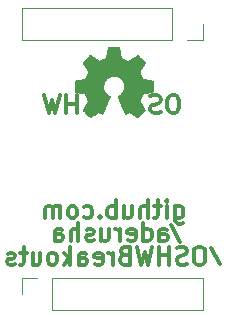
<source format=gbr>
G04 #@! TF.GenerationSoftware,KiCad,Pcbnew,(5.0.2)-1*
G04 #@! TF.CreationDate,2018-12-30T18:09:11-05:00*
G04 #@! TF.ProjectId,8P8C+LED_Horizontal_with_mounts,38503843-2b4c-4454-945f-486f72697a6f,rev?*
G04 #@! TF.SameCoordinates,Original*
G04 #@! TF.FileFunction,Legend,Bot*
G04 #@! TF.FilePolarity,Positive*
%FSLAX46Y46*%
G04 Gerber Fmt 4.6, Leading zero omitted, Abs format (unit mm)*
G04 Created by KiCad (PCBNEW (5.0.2)-1) date 12/30/2018 6:09:11 PM*
%MOMM*%
%LPD*%
G01*
G04 APERTURE LIST*
%ADD10C,0.300000*%
%ADD11C,0.120000*%
%ADD12C,0.010000*%
G04 APERTURE END LIST*
D10*
X137937714Y-101516571D02*
X137937714Y-100016571D01*
X137937714Y-100730857D02*
X137080571Y-100730857D01*
X137080571Y-101516571D02*
X137080571Y-100016571D01*
X136509142Y-100016571D02*
X136152000Y-101516571D01*
X135866285Y-100445142D01*
X135580571Y-101516571D01*
X135223428Y-100016571D01*
X146272142Y-100016571D02*
X145986428Y-100016571D01*
X145843571Y-100088000D01*
X145700714Y-100230857D01*
X145629285Y-100516571D01*
X145629285Y-101016571D01*
X145700714Y-101302285D01*
X145843571Y-101445142D01*
X145986428Y-101516571D01*
X146272142Y-101516571D01*
X146415000Y-101445142D01*
X146557857Y-101302285D01*
X146629285Y-101016571D01*
X146629285Y-100516571D01*
X146557857Y-100230857D01*
X146415000Y-100088000D01*
X146272142Y-100016571D01*
X145057857Y-101445142D02*
X144843571Y-101516571D01*
X144486428Y-101516571D01*
X144343571Y-101445142D01*
X144272142Y-101373714D01*
X144200714Y-101230857D01*
X144200714Y-101088000D01*
X144272142Y-100945142D01*
X144343571Y-100873714D01*
X144486428Y-100802285D01*
X144772142Y-100730857D01*
X144915000Y-100659428D01*
X144986428Y-100588000D01*
X145057857Y-100445142D01*
X145057857Y-100302285D01*
X144986428Y-100159428D01*
X144915000Y-100088000D01*
X144772142Y-100016571D01*
X144415000Y-100016571D01*
X144200714Y-100088000D01*
X149352000Y-112903000D02*
X150114000Y-114300000D01*
X145923000Y-110998000D02*
X146685000Y-112395000D01*
X148497714Y-112843571D02*
X148212000Y-112843571D01*
X148069142Y-112915000D01*
X147926285Y-113057857D01*
X147854857Y-113343571D01*
X147854857Y-113843571D01*
X147926285Y-114129285D01*
X148069142Y-114272142D01*
X148212000Y-114343571D01*
X148497714Y-114343571D01*
X148640571Y-114272142D01*
X148783428Y-114129285D01*
X148854857Y-113843571D01*
X148854857Y-113343571D01*
X148783428Y-113057857D01*
X148640571Y-112915000D01*
X148497714Y-112843571D01*
X147283428Y-114272142D02*
X147069142Y-114343571D01*
X146712000Y-114343571D01*
X146569142Y-114272142D01*
X146497714Y-114200714D01*
X146426285Y-114057857D01*
X146426285Y-113915000D01*
X146497714Y-113772142D01*
X146569142Y-113700714D01*
X146712000Y-113629285D01*
X146997714Y-113557857D01*
X147140571Y-113486428D01*
X147212000Y-113415000D01*
X147283428Y-113272142D01*
X147283428Y-113129285D01*
X147212000Y-112986428D01*
X147140571Y-112915000D01*
X146997714Y-112843571D01*
X146640571Y-112843571D01*
X146426285Y-112915000D01*
X145783428Y-114343571D02*
X145783428Y-112843571D01*
X145783428Y-113557857D02*
X144926285Y-113557857D01*
X144926285Y-114343571D02*
X144926285Y-112843571D01*
X144354857Y-112843571D02*
X143997714Y-114343571D01*
X143712000Y-113272142D01*
X143426285Y-114343571D01*
X143069142Y-112843571D01*
X141997714Y-113557857D02*
X141783428Y-113629285D01*
X141712000Y-113700714D01*
X141640571Y-113843571D01*
X141640571Y-114057857D01*
X141712000Y-114200714D01*
X141783428Y-114272142D01*
X141926285Y-114343571D01*
X142497714Y-114343571D01*
X142497714Y-112843571D01*
X141997714Y-112843571D01*
X141854857Y-112915000D01*
X141783428Y-112986428D01*
X141712000Y-113129285D01*
X141712000Y-113272142D01*
X141783428Y-113415000D01*
X141854857Y-113486428D01*
X141997714Y-113557857D01*
X142497714Y-113557857D01*
X140997714Y-114343571D02*
X140997714Y-113343571D01*
X140997714Y-113629285D02*
X140926285Y-113486428D01*
X140854857Y-113415000D01*
X140712000Y-113343571D01*
X140569142Y-113343571D01*
X139497714Y-114272142D02*
X139640571Y-114343571D01*
X139926285Y-114343571D01*
X140069142Y-114272142D01*
X140140571Y-114129285D01*
X140140571Y-113557857D01*
X140069142Y-113415000D01*
X139926285Y-113343571D01*
X139640571Y-113343571D01*
X139497714Y-113415000D01*
X139426285Y-113557857D01*
X139426285Y-113700714D01*
X140140571Y-113843571D01*
X138140571Y-114343571D02*
X138140571Y-113557857D01*
X138212000Y-113415000D01*
X138354857Y-113343571D01*
X138640571Y-113343571D01*
X138783428Y-113415000D01*
X138140571Y-114272142D02*
X138283428Y-114343571D01*
X138640571Y-114343571D01*
X138783428Y-114272142D01*
X138854857Y-114129285D01*
X138854857Y-113986428D01*
X138783428Y-113843571D01*
X138640571Y-113772142D01*
X138283428Y-113772142D01*
X138140571Y-113700714D01*
X137426285Y-114343571D02*
X137426285Y-112843571D01*
X137283428Y-113772142D02*
X136854857Y-114343571D01*
X136854857Y-113343571D02*
X137426285Y-113915000D01*
X135997714Y-114343571D02*
X136140571Y-114272142D01*
X136212000Y-114200714D01*
X136283428Y-114057857D01*
X136283428Y-113629285D01*
X136212000Y-113486428D01*
X136140571Y-113415000D01*
X135997714Y-113343571D01*
X135783428Y-113343571D01*
X135640571Y-113415000D01*
X135569142Y-113486428D01*
X135497714Y-113629285D01*
X135497714Y-114057857D01*
X135569142Y-114200714D01*
X135640571Y-114272142D01*
X135783428Y-114343571D01*
X135997714Y-114343571D01*
X134212000Y-113343571D02*
X134212000Y-114343571D01*
X134854857Y-113343571D02*
X134854857Y-114129285D01*
X134783428Y-114272142D01*
X134640571Y-114343571D01*
X134426285Y-114343571D01*
X134283428Y-114272142D01*
X134212000Y-114200714D01*
X133712000Y-113343571D02*
X133140571Y-113343571D01*
X133497714Y-112843571D02*
X133497714Y-114129285D01*
X133426285Y-114272142D01*
X133283428Y-114343571D01*
X133140571Y-114343571D01*
X132712000Y-114272142D02*
X132569142Y-114343571D01*
X132283428Y-114343571D01*
X132140571Y-114272142D01*
X132069142Y-114129285D01*
X132069142Y-114057857D01*
X132140571Y-113915000D01*
X132283428Y-113843571D01*
X132497714Y-113843571D01*
X132640571Y-113772142D01*
X132712000Y-113629285D01*
X132712000Y-113557857D01*
X132640571Y-113415000D01*
X132497714Y-113343571D01*
X132283428Y-113343571D01*
X132140571Y-113415000D01*
X144950142Y-112311571D02*
X144950142Y-111525857D01*
X145021571Y-111383000D01*
X145164428Y-111311571D01*
X145450142Y-111311571D01*
X145593000Y-111383000D01*
X144950142Y-112240142D02*
X145093000Y-112311571D01*
X145450142Y-112311571D01*
X145593000Y-112240142D01*
X145664428Y-112097285D01*
X145664428Y-111954428D01*
X145593000Y-111811571D01*
X145450142Y-111740142D01*
X145093000Y-111740142D01*
X144950142Y-111668714D01*
X143593000Y-112311571D02*
X143593000Y-110811571D01*
X143593000Y-112240142D02*
X143735857Y-112311571D01*
X144021571Y-112311571D01*
X144164428Y-112240142D01*
X144235857Y-112168714D01*
X144307285Y-112025857D01*
X144307285Y-111597285D01*
X144235857Y-111454428D01*
X144164428Y-111383000D01*
X144021571Y-111311571D01*
X143735857Y-111311571D01*
X143593000Y-111383000D01*
X142307285Y-112240142D02*
X142450142Y-112311571D01*
X142735857Y-112311571D01*
X142878714Y-112240142D01*
X142950142Y-112097285D01*
X142950142Y-111525857D01*
X142878714Y-111383000D01*
X142735857Y-111311571D01*
X142450142Y-111311571D01*
X142307285Y-111383000D01*
X142235857Y-111525857D01*
X142235857Y-111668714D01*
X142950142Y-111811571D01*
X141593000Y-112311571D02*
X141593000Y-111311571D01*
X141593000Y-111597285D02*
X141521571Y-111454428D01*
X141450142Y-111383000D01*
X141307285Y-111311571D01*
X141164428Y-111311571D01*
X140021571Y-111311571D02*
X140021571Y-112311571D01*
X140664428Y-111311571D02*
X140664428Y-112097285D01*
X140593000Y-112240142D01*
X140450142Y-112311571D01*
X140235857Y-112311571D01*
X140093000Y-112240142D01*
X140021571Y-112168714D01*
X139378714Y-112240142D02*
X139235857Y-112311571D01*
X138950142Y-112311571D01*
X138807285Y-112240142D01*
X138735857Y-112097285D01*
X138735857Y-112025857D01*
X138807285Y-111883000D01*
X138950142Y-111811571D01*
X139164428Y-111811571D01*
X139307285Y-111740142D01*
X139378714Y-111597285D01*
X139378714Y-111525857D01*
X139307285Y-111383000D01*
X139164428Y-111311571D01*
X138950142Y-111311571D01*
X138807285Y-111383000D01*
X138093000Y-112311571D02*
X138093000Y-110811571D01*
X137450142Y-112311571D02*
X137450142Y-111525857D01*
X137521571Y-111383000D01*
X137664428Y-111311571D01*
X137878714Y-111311571D01*
X138021571Y-111383000D01*
X138093000Y-111454428D01*
X136093000Y-112311571D02*
X136093000Y-111525857D01*
X136164428Y-111383000D01*
X136307285Y-111311571D01*
X136593000Y-111311571D01*
X136735857Y-111383000D01*
X136093000Y-112240142D02*
X136235857Y-112311571D01*
X136593000Y-112311571D01*
X136735857Y-112240142D01*
X136807285Y-112097285D01*
X136807285Y-111954428D01*
X136735857Y-111811571D01*
X136593000Y-111740142D01*
X136235857Y-111740142D01*
X136093000Y-111668714D01*
X146275571Y-109406571D02*
X146275571Y-110620857D01*
X146347000Y-110763714D01*
X146418428Y-110835142D01*
X146561285Y-110906571D01*
X146775571Y-110906571D01*
X146918428Y-110835142D01*
X146275571Y-110335142D02*
X146418428Y-110406571D01*
X146704142Y-110406571D01*
X146847000Y-110335142D01*
X146918428Y-110263714D01*
X146989857Y-110120857D01*
X146989857Y-109692285D01*
X146918428Y-109549428D01*
X146847000Y-109478000D01*
X146704142Y-109406571D01*
X146418428Y-109406571D01*
X146275571Y-109478000D01*
X145561285Y-110406571D02*
X145561285Y-109406571D01*
X145561285Y-108906571D02*
X145632714Y-108978000D01*
X145561285Y-109049428D01*
X145489857Y-108978000D01*
X145561285Y-108906571D01*
X145561285Y-109049428D01*
X145061285Y-109406571D02*
X144489857Y-109406571D01*
X144847000Y-108906571D02*
X144847000Y-110192285D01*
X144775571Y-110335142D01*
X144632714Y-110406571D01*
X144489857Y-110406571D01*
X143989857Y-110406571D02*
X143989857Y-108906571D01*
X143347000Y-110406571D02*
X143347000Y-109620857D01*
X143418428Y-109478000D01*
X143561285Y-109406571D01*
X143775571Y-109406571D01*
X143918428Y-109478000D01*
X143989857Y-109549428D01*
X141989857Y-109406571D02*
X141989857Y-110406571D01*
X142632714Y-109406571D02*
X142632714Y-110192285D01*
X142561285Y-110335142D01*
X142418428Y-110406571D01*
X142204142Y-110406571D01*
X142061285Y-110335142D01*
X141989857Y-110263714D01*
X141275571Y-110406571D02*
X141275571Y-108906571D01*
X141275571Y-109478000D02*
X141132714Y-109406571D01*
X140847000Y-109406571D01*
X140704142Y-109478000D01*
X140632714Y-109549428D01*
X140561285Y-109692285D01*
X140561285Y-110120857D01*
X140632714Y-110263714D01*
X140704142Y-110335142D01*
X140847000Y-110406571D01*
X141132714Y-110406571D01*
X141275571Y-110335142D01*
X139918428Y-110263714D02*
X139847000Y-110335142D01*
X139918428Y-110406571D01*
X139989857Y-110335142D01*
X139918428Y-110263714D01*
X139918428Y-110406571D01*
X138561285Y-110335142D02*
X138704142Y-110406571D01*
X138989857Y-110406571D01*
X139132714Y-110335142D01*
X139204142Y-110263714D01*
X139275571Y-110120857D01*
X139275571Y-109692285D01*
X139204142Y-109549428D01*
X139132714Y-109478000D01*
X138989857Y-109406571D01*
X138704142Y-109406571D01*
X138561285Y-109478000D01*
X137704142Y-110406571D02*
X137847000Y-110335142D01*
X137918428Y-110263714D01*
X137989857Y-110120857D01*
X137989857Y-109692285D01*
X137918428Y-109549428D01*
X137847000Y-109478000D01*
X137704142Y-109406571D01*
X137489857Y-109406571D01*
X137347000Y-109478000D01*
X137275571Y-109549428D01*
X137204142Y-109692285D01*
X137204142Y-110120857D01*
X137275571Y-110263714D01*
X137347000Y-110335142D01*
X137489857Y-110406571D01*
X137704142Y-110406571D01*
X136561285Y-110406571D02*
X136561285Y-109406571D01*
X136561285Y-109549428D02*
X136489857Y-109478000D01*
X136347000Y-109406571D01*
X136132714Y-109406571D01*
X135989857Y-109478000D01*
X135918428Y-109620857D01*
X135918428Y-110406571D01*
X135918428Y-109620857D02*
X135847000Y-109478000D01*
X135704142Y-109406571D01*
X135489857Y-109406571D01*
X135347000Y-109478000D01*
X135275571Y-109620857D01*
X135275571Y-110406571D01*
D11*
G04 #@! TO.C,J2*
X148650000Y-115510000D02*
X148650000Y-118170000D01*
X135890000Y-115510000D02*
X148650000Y-115510000D01*
X135890000Y-118170000D02*
X148650000Y-118170000D01*
X135890000Y-115510000D02*
X135890000Y-118170000D01*
X134620000Y-115510000D02*
X133290000Y-115510000D01*
X133290000Y-115510000D02*
X133290000Y-116840000D01*
G04 #@! TO.C,J3*
X148650000Y-95310000D02*
X148650000Y-93980000D01*
X147320000Y-95310000D02*
X148650000Y-95310000D01*
X146050000Y-95310000D02*
X146050000Y-92650000D01*
X146050000Y-92650000D02*
X133290000Y-92650000D01*
X146050000Y-95310000D02*
X133290000Y-95310000D01*
X133290000Y-95310000D02*
X133290000Y-92650000D01*
D12*
G04 #@! TO.C,REF\002A\002A*
G36*
X140541186Y-96401931D02*
X140457365Y-96846555D01*
X140148080Y-96974053D01*
X139838794Y-97101551D01*
X139467754Y-96849246D01*
X139363843Y-96778996D01*
X139269913Y-96716272D01*
X139190348Y-96663938D01*
X139129530Y-96624857D01*
X139091843Y-96601893D01*
X139081579Y-96596942D01*
X139063090Y-96609676D01*
X139023580Y-96644882D01*
X138967478Y-96698062D01*
X138899213Y-96764718D01*
X138823214Y-96840354D01*
X138743908Y-96920472D01*
X138665725Y-97000574D01*
X138593093Y-97076164D01*
X138530441Y-97142745D01*
X138482197Y-97195818D01*
X138452790Y-97230887D01*
X138445759Y-97242623D01*
X138455877Y-97264260D01*
X138484241Y-97311662D01*
X138527871Y-97380193D01*
X138583782Y-97465215D01*
X138648994Y-97562093D01*
X138686781Y-97617350D01*
X138755657Y-97718248D01*
X138816860Y-97809299D01*
X138867422Y-97885970D01*
X138904372Y-97943728D01*
X138924742Y-97978043D01*
X138927803Y-97985254D01*
X138920864Y-98005748D01*
X138901949Y-98053513D01*
X138873913Y-98121832D01*
X138839609Y-98203989D01*
X138801891Y-98293270D01*
X138763613Y-98382958D01*
X138727630Y-98466338D01*
X138696794Y-98536694D01*
X138673961Y-98587310D01*
X138661983Y-98611471D01*
X138661276Y-98612422D01*
X138642469Y-98617036D01*
X138592382Y-98627328D01*
X138516207Y-98642287D01*
X138419135Y-98660901D01*
X138306357Y-98682159D01*
X138240558Y-98694418D01*
X138120050Y-98717362D01*
X138011203Y-98739195D01*
X137919524Y-98758722D01*
X137850519Y-98774748D01*
X137809696Y-98786079D01*
X137801489Y-98789674D01*
X137793452Y-98814006D01*
X137786967Y-98868959D01*
X137782030Y-98948108D01*
X137778636Y-99045026D01*
X137776782Y-99153287D01*
X137776462Y-99266465D01*
X137777673Y-99378135D01*
X137780410Y-99481868D01*
X137784669Y-99571241D01*
X137790445Y-99639826D01*
X137797733Y-99681197D01*
X137802105Y-99689810D01*
X137828236Y-99700133D01*
X137883607Y-99714892D01*
X137960893Y-99732352D01*
X138052770Y-99750780D01*
X138084842Y-99756741D01*
X138239476Y-99785066D01*
X138361625Y-99807876D01*
X138455327Y-99826080D01*
X138524616Y-99840583D01*
X138573529Y-99852292D01*
X138606103Y-99862115D01*
X138626372Y-99870956D01*
X138638374Y-99879724D01*
X138640053Y-99881457D01*
X138656816Y-99909371D01*
X138682386Y-99963695D01*
X138714212Y-100037777D01*
X138749740Y-100124965D01*
X138786417Y-100218608D01*
X138821689Y-100312052D01*
X138853004Y-100398647D01*
X138877807Y-100471740D01*
X138893546Y-100524678D01*
X138897668Y-100550811D01*
X138897324Y-100551726D01*
X138883359Y-100573086D01*
X138851678Y-100620084D01*
X138805609Y-100687827D01*
X138748482Y-100771423D01*
X138683627Y-100865982D01*
X138665157Y-100892854D01*
X138599301Y-100990275D01*
X138541350Y-101079163D01*
X138494462Y-101154412D01*
X138461793Y-101210920D01*
X138446500Y-101243581D01*
X138445759Y-101247593D01*
X138458608Y-101268684D01*
X138494112Y-101310464D01*
X138547707Y-101368445D01*
X138614829Y-101438135D01*
X138690913Y-101515045D01*
X138771396Y-101594683D01*
X138851713Y-101672561D01*
X138927301Y-101744186D01*
X138993595Y-101805070D01*
X139046031Y-101850721D01*
X139080045Y-101876650D01*
X139089455Y-101880883D01*
X139111357Y-101870912D01*
X139156200Y-101844020D01*
X139216679Y-101804736D01*
X139263211Y-101773117D01*
X139347525Y-101715098D01*
X139447374Y-101646784D01*
X139547527Y-101578579D01*
X139601373Y-101542075D01*
X139783629Y-101418800D01*
X139936619Y-101501520D01*
X140006318Y-101537759D01*
X140065586Y-101565926D01*
X140105689Y-101581991D01*
X140115897Y-101584226D01*
X140128171Y-101567722D01*
X140152387Y-101521082D01*
X140186737Y-101448609D01*
X140229412Y-101354606D01*
X140278606Y-101243374D01*
X140332510Y-101119215D01*
X140389316Y-100986432D01*
X140447218Y-100849327D01*
X140504407Y-100712202D01*
X140559076Y-100579358D01*
X140609416Y-100455098D01*
X140653620Y-100343725D01*
X140689881Y-100249539D01*
X140716391Y-100176844D01*
X140731342Y-100129941D01*
X140733746Y-100113833D01*
X140714689Y-100093286D01*
X140672964Y-100059933D01*
X140617294Y-100020702D01*
X140612622Y-100017599D01*
X140468736Y-99902423D01*
X140352717Y-99768053D01*
X140265570Y-99618784D01*
X140208301Y-99458913D01*
X140181914Y-99292737D01*
X140187415Y-99124552D01*
X140225810Y-98958655D01*
X140298105Y-98799342D01*
X140319374Y-98764487D01*
X140430004Y-98623737D01*
X140560698Y-98510714D01*
X140706936Y-98426003D01*
X140864192Y-98370194D01*
X141027943Y-98343874D01*
X141193667Y-98347630D01*
X141356838Y-98382050D01*
X141512935Y-98447723D01*
X141657433Y-98545235D01*
X141702131Y-98584813D01*
X141815888Y-98708703D01*
X141898782Y-98839124D01*
X141955644Y-98985315D01*
X141987313Y-99130088D01*
X141995131Y-99292860D01*
X141969062Y-99456440D01*
X141911755Y-99615298D01*
X141825856Y-99763906D01*
X141714014Y-99896735D01*
X141578877Y-100008256D01*
X141561117Y-100020011D01*
X141504850Y-100058508D01*
X141462077Y-100091863D01*
X141441628Y-100113160D01*
X141441331Y-100113833D01*
X141445721Y-100136871D01*
X141463124Y-100189157D01*
X141491732Y-100266390D01*
X141529735Y-100364268D01*
X141575326Y-100478491D01*
X141626697Y-100604758D01*
X141682038Y-100738767D01*
X141739542Y-100876218D01*
X141797399Y-101012808D01*
X141853802Y-101144237D01*
X141906942Y-101266205D01*
X141955010Y-101374409D01*
X141996199Y-101464549D01*
X142028699Y-101532323D01*
X142050703Y-101573430D01*
X142059564Y-101584226D01*
X142086640Y-101575819D01*
X142137303Y-101553272D01*
X142202817Y-101520613D01*
X142238841Y-101501520D01*
X142391832Y-101418800D01*
X142574088Y-101542075D01*
X142667125Y-101605228D01*
X142768985Y-101674727D01*
X142864438Y-101740165D01*
X142912250Y-101773117D01*
X142979495Y-101818273D01*
X143036436Y-101854057D01*
X143075646Y-101875938D01*
X143088381Y-101880563D01*
X143106917Y-101868085D01*
X143147941Y-101833252D01*
X143207475Y-101779678D01*
X143281542Y-101710983D01*
X143366165Y-101630781D01*
X143419685Y-101579286D01*
X143513319Y-101487286D01*
X143594241Y-101404999D01*
X143659177Y-101335945D01*
X143704858Y-101283644D01*
X143728011Y-101251616D01*
X143730232Y-101245116D01*
X143719924Y-101220394D01*
X143691439Y-101170405D01*
X143647937Y-101100212D01*
X143592577Y-101014875D01*
X143528520Y-100919456D01*
X143510303Y-100892854D01*
X143443927Y-100796167D01*
X143384378Y-100709117D01*
X143334984Y-100636595D01*
X143299075Y-100583493D01*
X143279981Y-100554703D01*
X143278136Y-100551726D01*
X143280895Y-100528782D01*
X143295538Y-100478336D01*
X143319513Y-100407041D01*
X143350266Y-100321547D01*
X143385244Y-100228507D01*
X143421893Y-100134574D01*
X143457661Y-100046399D01*
X143489994Y-99970634D01*
X143516338Y-99913931D01*
X143534142Y-99882943D01*
X143535407Y-99881457D01*
X143546294Y-99872601D01*
X143564682Y-99863843D01*
X143594606Y-99854277D01*
X143640103Y-99842996D01*
X143705209Y-99829093D01*
X143793961Y-99811663D01*
X143910393Y-99789798D01*
X144058542Y-99762591D01*
X144090618Y-99756741D01*
X144185686Y-99738374D01*
X144268565Y-99720405D01*
X144331930Y-99704569D01*
X144368458Y-99692600D01*
X144373356Y-99689810D01*
X144381427Y-99665072D01*
X144387987Y-99609790D01*
X144393033Y-99530389D01*
X144396559Y-99433296D01*
X144398561Y-99324938D01*
X144399036Y-99211740D01*
X144397977Y-99100128D01*
X144395382Y-98996529D01*
X144391246Y-98907368D01*
X144385563Y-98839072D01*
X144378331Y-98798066D01*
X144373971Y-98789674D01*
X144349698Y-98781208D01*
X144294426Y-98767435D01*
X144213662Y-98749550D01*
X144112912Y-98728748D01*
X143997683Y-98706223D01*
X143934902Y-98694418D01*
X143815787Y-98672151D01*
X143709565Y-98651979D01*
X143621427Y-98634915D01*
X143556566Y-98621969D01*
X143520174Y-98614155D01*
X143514184Y-98612422D01*
X143504061Y-98592890D01*
X143482662Y-98545843D01*
X143452839Y-98478003D01*
X143417445Y-98396091D01*
X143379332Y-98306828D01*
X143341353Y-98216935D01*
X143306360Y-98133135D01*
X143277206Y-98062147D01*
X143256743Y-98010694D01*
X143247823Y-97985497D01*
X143247657Y-97984396D01*
X143257769Y-97964519D01*
X143286117Y-97918777D01*
X143329723Y-97851717D01*
X143385606Y-97767884D01*
X143450787Y-97671826D01*
X143488679Y-97616650D01*
X143557725Y-97515481D01*
X143619050Y-97423630D01*
X143669663Y-97345744D01*
X143706571Y-97286469D01*
X143726782Y-97250451D01*
X143729701Y-97242377D01*
X143717153Y-97223584D01*
X143682463Y-97183457D01*
X143630063Y-97126493D01*
X143564384Y-97057185D01*
X143489856Y-96980031D01*
X143410913Y-96899525D01*
X143331983Y-96820163D01*
X143257500Y-96746440D01*
X143191894Y-96682852D01*
X143139596Y-96633894D01*
X143105039Y-96604061D01*
X143093478Y-96596942D01*
X143074654Y-96606953D01*
X143029631Y-96635078D01*
X142962787Y-96678454D01*
X142878499Y-96734218D01*
X142781144Y-96799506D01*
X142707707Y-96849246D01*
X142336667Y-97101551D01*
X141718095Y-96846555D01*
X141634275Y-96401931D01*
X141550454Y-95957307D01*
X140625006Y-95957307D01*
X140541186Y-96401931D01*
X140541186Y-96401931D01*
G37*
X140541186Y-96401931D02*
X140457365Y-96846555D01*
X140148080Y-96974053D01*
X139838794Y-97101551D01*
X139467754Y-96849246D01*
X139363843Y-96778996D01*
X139269913Y-96716272D01*
X139190348Y-96663938D01*
X139129530Y-96624857D01*
X139091843Y-96601893D01*
X139081579Y-96596942D01*
X139063090Y-96609676D01*
X139023580Y-96644882D01*
X138967478Y-96698062D01*
X138899213Y-96764718D01*
X138823214Y-96840354D01*
X138743908Y-96920472D01*
X138665725Y-97000574D01*
X138593093Y-97076164D01*
X138530441Y-97142745D01*
X138482197Y-97195818D01*
X138452790Y-97230887D01*
X138445759Y-97242623D01*
X138455877Y-97264260D01*
X138484241Y-97311662D01*
X138527871Y-97380193D01*
X138583782Y-97465215D01*
X138648994Y-97562093D01*
X138686781Y-97617350D01*
X138755657Y-97718248D01*
X138816860Y-97809299D01*
X138867422Y-97885970D01*
X138904372Y-97943728D01*
X138924742Y-97978043D01*
X138927803Y-97985254D01*
X138920864Y-98005748D01*
X138901949Y-98053513D01*
X138873913Y-98121832D01*
X138839609Y-98203989D01*
X138801891Y-98293270D01*
X138763613Y-98382958D01*
X138727630Y-98466338D01*
X138696794Y-98536694D01*
X138673961Y-98587310D01*
X138661983Y-98611471D01*
X138661276Y-98612422D01*
X138642469Y-98617036D01*
X138592382Y-98627328D01*
X138516207Y-98642287D01*
X138419135Y-98660901D01*
X138306357Y-98682159D01*
X138240558Y-98694418D01*
X138120050Y-98717362D01*
X138011203Y-98739195D01*
X137919524Y-98758722D01*
X137850519Y-98774748D01*
X137809696Y-98786079D01*
X137801489Y-98789674D01*
X137793452Y-98814006D01*
X137786967Y-98868959D01*
X137782030Y-98948108D01*
X137778636Y-99045026D01*
X137776782Y-99153287D01*
X137776462Y-99266465D01*
X137777673Y-99378135D01*
X137780410Y-99481868D01*
X137784669Y-99571241D01*
X137790445Y-99639826D01*
X137797733Y-99681197D01*
X137802105Y-99689810D01*
X137828236Y-99700133D01*
X137883607Y-99714892D01*
X137960893Y-99732352D01*
X138052770Y-99750780D01*
X138084842Y-99756741D01*
X138239476Y-99785066D01*
X138361625Y-99807876D01*
X138455327Y-99826080D01*
X138524616Y-99840583D01*
X138573529Y-99852292D01*
X138606103Y-99862115D01*
X138626372Y-99870956D01*
X138638374Y-99879724D01*
X138640053Y-99881457D01*
X138656816Y-99909371D01*
X138682386Y-99963695D01*
X138714212Y-100037777D01*
X138749740Y-100124965D01*
X138786417Y-100218608D01*
X138821689Y-100312052D01*
X138853004Y-100398647D01*
X138877807Y-100471740D01*
X138893546Y-100524678D01*
X138897668Y-100550811D01*
X138897324Y-100551726D01*
X138883359Y-100573086D01*
X138851678Y-100620084D01*
X138805609Y-100687827D01*
X138748482Y-100771423D01*
X138683627Y-100865982D01*
X138665157Y-100892854D01*
X138599301Y-100990275D01*
X138541350Y-101079163D01*
X138494462Y-101154412D01*
X138461793Y-101210920D01*
X138446500Y-101243581D01*
X138445759Y-101247593D01*
X138458608Y-101268684D01*
X138494112Y-101310464D01*
X138547707Y-101368445D01*
X138614829Y-101438135D01*
X138690913Y-101515045D01*
X138771396Y-101594683D01*
X138851713Y-101672561D01*
X138927301Y-101744186D01*
X138993595Y-101805070D01*
X139046031Y-101850721D01*
X139080045Y-101876650D01*
X139089455Y-101880883D01*
X139111357Y-101870912D01*
X139156200Y-101844020D01*
X139216679Y-101804736D01*
X139263211Y-101773117D01*
X139347525Y-101715098D01*
X139447374Y-101646784D01*
X139547527Y-101578579D01*
X139601373Y-101542075D01*
X139783629Y-101418800D01*
X139936619Y-101501520D01*
X140006318Y-101537759D01*
X140065586Y-101565926D01*
X140105689Y-101581991D01*
X140115897Y-101584226D01*
X140128171Y-101567722D01*
X140152387Y-101521082D01*
X140186737Y-101448609D01*
X140229412Y-101354606D01*
X140278606Y-101243374D01*
X140332510Y-101119215D01*
X140389316Y-100986432D01*
X140447218Y-100849327D01*
X140504407Y-100712202D01*
X140559076Y-100579358D01*
X140609416Y-100455098D01*
X140653620Y-100343725D01*
X140689881Y-100249539D01*
X140716391Y-100176844D01*
X140731342Y-100129941D01*
X140733746Y-100113833D01*
X140714689Y-100093286D01*
X140672964Y-100059933D01*
X140617294Y-100020702D01*
X140612622Y-100017599D01*
X140468736Y-99902423D01*
X140352717Y-99768053D01*
X140265570Y-99618784D01*
X140208301Y-99458913D01*
X140181914Y-99292737D01*
X140187415Y-99124552D01*
X140225810Y-98958655D01*
X140298105Y-98799342D01*
X140319374Y-98764487D01*
X140430004Y-98623737D01*
X140560698Y-98510714D01*
X140706936Y-98426003D01*
X140864192Y-98370194D01*
X141027943Y-98343874D01*
X141193667Y-98347630D01*
X141356838Y-98382050D01*
X141512935Y-98447723D01*
X141657433Y-98545235D01*
X141702131Y-98584813D01*
X141815888Y-98708703D01*
X141898782Y-98839124D01*
X141955644Y-98985315D01*
X141987313Y-99130088D01*
X141995131Y-99292860D01*
X141969062Y-99456440D01*
X141911755Y-99615298D01*
X141825856Y-99763906D01*
X141714014Y-99896735D01*
X141578877Y-100008256D01*
X141561117Y-100020011D01*
X141504850Y-100058508D01*
X141462077Y-100091863D01*
X141441628Y-100113160D01*
X141441331Y-100113833D01*
X141445721Y-100136871D01*
X141463124Y-100189157D01*
X141491732Y-100266390D01*
X141529735Y-100364268D01*
X141575326Y-100478491D01*
X141626697Y-100604758D01*
X141682038Y-100738767D01*
X141739542Y-100876218D01*
X141797399Y-101012808D01*
X141853802Y-101144237D01*
X141906942Y-101266205D01*
X141955010Y-101374409D01*
X141996199Y-101464549D01*
X142028699Y-101532323D01*
X142050703Y-101573430D01*
X142059564Y-101584226D01*
X142086640Y-101575819D01*
X142137303Y-101553272D01*
X142202817Y-101520613D01*
X142238841Y-101501520D01*
X142391832Y-101418800D01*
X142574088Y-101542075D01*
X142667125Y-101605228D01*
X142768985Y-101674727D01*
X142864438Y-101740165D01*
X142912250Y-101773117D01*
X142979495Y-101818273D01*
X143036436Y-101854057D01*
X143075646Y-101875938D01*
X143088381Y-101880563D01*
X143106917Y-101868085D01*
X143147941Y-101833252D01*
X143207475Y-101779678D01*
X143281542Y-101710983D01*
X143366165Y-101630781D01*
X143419685Y-101579286D01*
X143513319Y-101487286D01*
X143594241Y-101404999D01*
X143659177Y-101335945D01*
X143704858Y-101283644D01*
X143728011Y-101251616D01*
X143730232Y-101245116D01*
X143719924Y-101220394D01*
X143691439Y-101170405D01*
X143647937Y-101100212D01*
X143592577Y-101014875D01*
X143528520Y-100919456D01*
X143510303Y-100892854D01*
X143443927Y-100796167D01*
X143384378Y-100709117D01*
X143334984Y-100636595D01*
X143299075Y-100583493D01*
X143279981Y-100554703D01*
X143278136Y-100551726D01*
X143280895Y-100528782D01*
X143295538Y-100478336D01*
X143319513Y-100407041D01*
X143350266Y-100321547D01*
X143385244Y-100228507D01*
X143421893Y-100134574D01*
X143457661Y-100046399D01*
X143489994Y-99970634D01*
X143516338Y-99913931D01*
X143534142Y-99882943D01*
X143535407Y-99881457D01*
X143546294Y-99872601D01*
X143564682Y-99863843D01*
X143594606Y-99854277D01*
X143640103Y-99842996D01*
X143705209Y-99829093D01*
X143793961Y-99811663D01*
X143910393Y-99789798D01*
X144058542Y-99762591D01*
X144090618Y-99756741D01*
X144185686Y-99738374D01*
X144268565Y-99720405D01*
X144331930Y-99704569D01*
X144368458Y-99692600D01*
X144373356Y-99689810D01*
X144381427Y-99665072D01*
X144387987Y-99609790D01*
X144393033Y-99530389D01*
X144396559Y-99433296D01*
X144398561Y-99324938D01*
X144399036Y-99211740D01*
X144397977Y-99100128D01*
X144395382Y-98996529D01*
X144391246Y-98907368D01*
X144385563Y-98839072D01*
X144378331Y-98798066D01*
X144373971Y-98789674D01*
X144349698Y-98781208D01*
X144294426Y-98767435D01*
X144213662Y-98749550D01*
X144112912Y-98728748D01*
X143997683Y-98706223D01*
X143934902Y-98694418D01*
X143815787Y-98672151D01*
X143709565Y-98651979D01*
X143621427Y-98634915D01*
X143556566Y-98621969D01*
X143520174Y-98614155D01*
X143514184Y-98612422D01*
X143504061Y-98592890D01*
X143482662Y-98545843D01*
X143452839Y-98478003D01*
X143417445Y-98396091D01*
X143379332Y-98306828D01*
X143341353Y-98216935D01*
X143306360Y-98133135D01*
X143277206Y-98062147D01*
X143256743Y-98010694D01*
X143247823Y-97985497D01*
X143247657Y-97984396D01*
X143257769Y-97964519D01*
X143286117Y-97918777D01*
X143329723Y-97851717D01*
X143385606Y-97767884D01*
X143450787Y-97671826D01*
X143488679Y-97616650D01*
X143557725Y-97515481D01*
X143619050Y-97423630D01*
X143669663Y-97345744D01*
X143706571Y-97286469D01*
X143726782Y-97250451D01*
X143729701Y-97242377D01*
X143717153Y-97223584D01*
X143682463Y-97183457D01*
X143630063Y-97126493D01*
X143564384Y-97057185D01*
X143489856Y-96980031D01*
X143410913Y-96899525D01*
X143331983Y-96820163D01*
X143257500Y-96746440D01*
X143191894Y-96682852D01*
X143139596Y-96633894D01*
X143105039Y-96604061D01*
X143093478Y-96596942D01*
X143074654Y-96606953D01*
X143029631Y-96635078D01*
X142962787Y-96678454D01*
X142878499Y-96734218D01*
X142781144Y-96799506D01*
X142707707Y-96849246D01*
X142336667Y-97101551D01*
X141718095Y-96846555D01*
X141634275Y-96401931D01*
X141550454Y-95957307D01*
X140625006Y-95957307D01*
X140541186Y-96401931D01*
G04 #@! TD*
M02*

</source>
